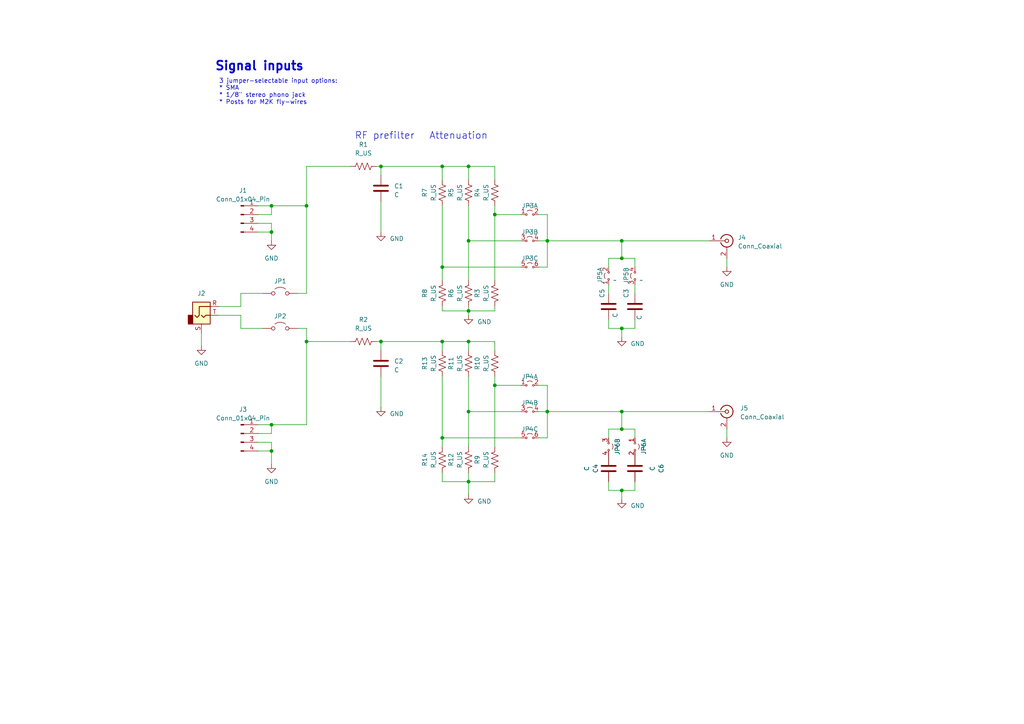
<source format=kicad_sch>
(kicad_sch (version 20231120) (generator "eeschema") (generator_version "8.0")
  (paper "A4")
  (lib_symbols
    (symbol "Connector:Conn_01x04_Pin" (pin_names (offset 1.016) hide)
      (property "Reference" "J" (at 0 5.08 0))
      (property "Value" "Conn_01x04_Pin" (at 0 -7.62 0))
      (symbol "Conn_01x04_Pin_1_1"
        (polyline (pts (xy 1.27 -5.08) (xy 0.8636 -5.08)) (stroke (width 0.1524)))
        (polyline (pts (xy 1.27 -2.54) (xy 0.8636 -2.54)) (stroke (width 0.1524)))
        (polyline (pts (xy 1.27 0) (xy 0.8636 0)) (stroke (width 0.1524)))
        (polyline (pts (xy 1.27 2.54) (xy 0.8636 2.54)) (stroke (width 0.1524)))
        (rectangle (start 0.8636 -4.953) (end 0 -5.207) (stroke (width 0.1524)) (fill (type outline)))
        (rectangle (start 0.8636 -2.413) (end 0 -2.667) (stroke (width 0.1524)) (fill (type outline)))
        (rectangle (start 0.8636 0.127) (end 0 -0.127) (stroke (width 0.1524)) (fill (type outline)))
        (rectangle (start 0.8636 2.667) (end 0 2.413) (stroke (width 0.1524)) (fill (type outline)))
        (pin passive line (at 5.08 2.54 180) (length 3.81) (name "Pin_1") (number "1"))
        (pin passive line (at 5.08 0 180) (length 3.81) (name "Pin_2") (number "2"))
        (pin passive line (at 5.08 -2.54 180) (length 3.81) (name "Pin_3") (number "3"))
        (pin passive line (at 5.08 -5.08 180) (length 3.81) (name "Pin_4") (number "4"))
      )
    )
    (symbol "Connector:Conn_Coaxial" (pin_names (offset 1.016) hide)
      (property "Reference" "J" (at 0.254 3.048 0))
      (property "Value" "Conn_Coaxial" (at 2.921 0 90))
      (symbol "Conn_Coaxial_0_1"
        (arc (start -1.778 -0.508) (mid 0.2311 -1.8066) (end 1.778 0) (stroke (width 0.254)))
        (polyline (pts (xy -2.54 0) (xy -0.508 0)))
        (polyline (pts (xy 0 -2.54) (xy 0 -1.778)))
        (circle (center 0 0) (radius 0.508) (stroke (width 0.2032)))
        (arc (start 1.778 0) (mid 0.2099 1.8101) (end -1.778 0.508) (stroke (width 0.254)))
      )
      (symbol "Conn_Coaxial_1_1"
        (pin passive line (at -5.08 0 0) (length 2.54) (name "In") (number "1"))
        (pin passive line (at 0 -5.08 90) (length 2.54) (name "Ext") (number "2"))
      )
    )
    (symbol "Device:C" (pin_numbers hide) (pin_names (offset 0.254))
      (property "Reference" "C" (at 0.635 2.54 0))
      (property "Value" "C" (at 0.635 -2.54 0))
      (symbol "C_0_1"
        (polyline (pts (xy -2.032 -0.762) (xy 2.032 -0.762)) (stroke (width 0.508)))
        (polyline (pts (xy -2.032 0.762) (xy 2.032 0.762)) (stroke (width 0.508)))
      )
      (symbol "C_1_1"
        (pin passive line (at 0 3.81 270) (length 2.794) (name "~") (number "1"))
        (pin passive line (at 0 -3.81 90) (length 2.794) (name "~") (number "2"))
      )
    )
    (symbol "Device:R_US" (pin_numbers hide) (pin_names (offset 0))
      (property "Reference" "R" (at 2.54 0 90))
      (property "Value" "R_US" (at -2.54 0 90))
      (symbol "R_US_0_1"
        (polyline (pts (xy 0 -2.286) (xy 0 -2.54)))
        (polyline (pts (xy 0 2.286) (xy 0 2.54)))
        (polyline (pts (xy 0 -0.762) (xy 1.016 -1.143) (xy 0 -1.524) (xy -1.016 -1.905) (xy 0 -2.286)))
        (polyline (pts (xy 0 0.762) (xy 1.016 0.381) (xy 0 0) (xy -1.016 -0.381) (xy 0 -0.762)))
        (polyline (pts (xy 0 2.286) (xy 1.016 1.905) (xy 0 1.524) (xy -1.016 1.143) (xy 0 0.762)))
      )
      (symbol "R_US_1_1"
        (pin passive line (at 0 3.81 270) (length 1.27) (name "~") (number "1"))
        (pin passive line (at 0 -3.81 90) (length 1.27) (name "~") (number "2"))
      )
    )
    (symbol "FTC2024:JumperBlock_2x2"
      (property "Reference" "JP" (at 0 5.334 0))
      (symbol "JumperBlock_2x2_0_0"
        (circle (center -1.016 0) (radius 0.254))
        (circle (center 1.016 0) (radius 0.254))
      )
      (symbol "JumperBlock_2x2_0_1"
        (arc (start 0.762 1.0196) (mid 0 1.2729) (end -0.762 1.0196))
      )
      (symbol "JumperBlock_2x2_1_1"
        (pin passive line (at -2.54 0 0) (length 1.27) (name "") (number "1"))
        (pin passive line (at 2.54 0 180) (length 1.27) (name "") (number "2"))
      )
      (symbol "JumperBlock_2x2_2_1"
        (pin passive line (at -2.54 0 0) (length 1.27) (name "") (number "3"))
        (pin passive line (at 2.54 0 180) (length 1.27) (name "") (number "4"))
      )
    )
    (symbol "FTC2024:JumperBlock_3x2"
      (property "Reference" "JP" (at 0 5.334 0))
      (symbol "JumperBlock_3x2_0_0"
        (circle (center -1.016 0) (radius 0.254))
        (circle (center 1.016 0) (radius 0.254))
      )
      (symbol "JumperBlock_3x2_0_1"
        (arc (start 0.762 1.0196) (mid 0 1.2729) (end -0.762 1.0196))
      )
      (symbol "JumperBlock_3x2_1_1"
        (pin passive line (at -2.54 0 0) (length 1.27) (name "") (number "1"))
        (pin passive line (at 2.54 0 180) (length 1.27) (name "") (number "2"))
      )
      (symbol "JumperBlock_3x2_2_1"
        (pin passive line (at -2.54 0 0) (length 1.27) (name "") (number "3"))
        (pin passive line (at 2.54 0 180) (length 1.27) (name "") (number "4"))
      )
      (symbol "JumperBlock_3x2_3_1"
        (pin passive line (at -2.54 0 0) (length 1.27) (name "") (number "5"))
        (pin passive line (at 2.54 0 180) (length 1.27) (name "") (number "6"))
      )
    )
    (symbol "Jumper:Jumper_2_Open" (pin_numbers hide) (pin_names (offset 0) hide) (exclude_from_sim yes)
      (property "Reference" "JP" (at 0 2.794 0))
      (property "Value" "Jumper_2_Open" (at 0 -2.286 0))
      (symbol "Jumper_2_Open_0_0"
        (circle (center -2.032 0) (radius 0.508))
        (circle (center 2.032 0) (radius 0.508))
      )
      (symbol "Jumper_2_Open_0_1"
        (arc (start 1.524 1.27) (mid 0 1.778) (end -1.524 1.27))
      )
      (symbol "Jumper_2_Open_1_1"
        (pin passive line (at -5.08 0 0) (length 2.54) (name "A") (number "1"))
        (pin passive line (at 5.08 0 180) (length 2.54) (name "B") (number "2"))
      )
    )
    (symbol "power:GND" (power) (pin_names (offset 0))
      (property "Value" "GND" (at 0 -3.81 0))
      (symbol "GND_0_1"
        (polyline (pts (xy 0 0) (xy 0 -1.27) (xy 1.27 -1.27) (xy 0 -2.54) (xy -1.27 -1.27) (xy 0 -1.27)))
      )
      (symbol "GND_1_1"
        (pin power_in line (at 0 0 270) (length 0) hide (name "GND") (number "1"))
      )
    )
    (symbol "thoren_custom:AudioJack2_Ground"
      (property "Reference" "J" (at 0 8.89 0))
      (property "Value" "AudioJack2_Ground" (at 0 6.35 0))
      (symbol "AudioJack2_Ground_0_1"
        (rectangle (start -2.54 -2.54) (end -3.81 0) (stroke (width 0.254)) (fill (type outline)))
        (polyline (pts (xy 0 0) (xy 0.635 -0.635) (xy 1.27 0) (xy 2.54 0)) (stroke (width 0.254)))
        (polyline (pts (xy 2.54 2.54) (xy -0.635 2.54) (xy -0.635 0) (xy -1.27 -0.635) (xy -1.905 0)) (stroke (width 0.254)))
        (rectangle (start 2.54 3.81) (end -2.54 -2.54) (stroke (width 0.254)) (fill (type background)))
      )
      (symbol "AudioJack2_Ground_1_1"
        (pin passive line (at 5.08 2.54 180) (length 2.54) (name "~") (number "R"))
        (pin passive line (at 0 -5.08 90) (length 2.54) (name "~") (number "S"))
        (pin passive line (at 5.08 0 180) (length 2.54) (name "~") (number "T"))
      )
    )
  )
  (junction (at 158.75 69.85))
  (junction (at 180.34 124.46))
  (junction (at 78.74 59.69))
  (junction (at 78.74 123.19))
  (junction (at 180.34 142.24))
  (junction (at 88.9 59.69))
  (junction (at 143.51 111.76))
  (junction (at 180.34 119.38))
  (junction (at 135.89 119.38))
  (junction (at 135.89 48.26))
  (junction (at 143.51 62.23))
  (junction (at 128.27 77.47))
  (junction (at 110.49 48.26))
  (junction (at 128.27 48.26))
  (junction (at 158.75 119.38))
  (junction (at 135.89 99.06))
  (junction (at 135.89 69.85))
  (junction (at 78.74 130.81))
  (junction (at 110.49 99.06))
  (junction (at 180.34 95.25))
  (junction (at 180.34 69.85))
  (junction (at 128.27 99.06))
  (junction (at 135.89 90.17))
  (junction (at 135.89 139.7))
  (junction (at 180.34 74.93))
  (junction (at 78.74 67.31))
  (junction (at 88.9 99.06))
  (junction (at 128.27 127))
  (wire (pts (xy 128.27 99.06) (xy 128.27 101.6)))
  (wire (pts (xy 176.53 124.46) (xy 176.53 127)))
  (wire (pts (xy 74.93 64.77) (xy 78.74 64.77)))
  (wire (pts (xy 180.34 142.24) (xy 176.53 142.24)))
  (wire (pts (xy 158.75 119.38) (xy 180.34 119.38)))
  (wire (pts (xy 156.21 119.38) (xy 158.75 119.38)))
  (wire (pts (xy 210.82 124.46) (xy 210.82 127)))
  (wire (pts (xy 78.74 125.73) (xy 74.93 125.73)))
  (wire (pts (xy 110.49 48.26) (xy 128.27 48.26)))
  (wire (pts (xy 88.9 123.19) (xy 78.74 123.19)))
  (wire (pts (xy 143.51 88.9) (xy 143.51 90.17)))
  (wire (pts (xy 176.53 95.25) (xy 180.34 95.25)))
  (wire (pts (xy 128.27 137.16) (xy 128.27 139.7)))
  (wire (pts (xy 184.15 77.47) (xy 184.15 74.93)))
  (wire (pts (xy 58.42 96.52) (xy 58.42 100.33)))
  (wire (pts (xy 184.15 142.24) (xy 180.34 142.24)))
  (wire (pts (xy 143.51 90.17) (xy 135.89 90.17)))
  (wire (pts (xy 74.93 123.19) (xy 78.74 123.19)))
  (wire (pts (xy 128.27 48.26) (xy 128.27 52.07)))
  (wire (pts (xy 180.34 74.93) (xy 184.15 74.93)))
  (wire (pts (xy 128.27 109.22) (xy 128.27 127)))
  (wire (pts (xy 69.85 91.44) (xy 69.85 95.25)))
  (wire (pts (xy 78.74 123.19) (xy 78.74 125.73)))
  (wire (pts (xy 180.34 97.79) (xy 180.34 95.25)))
  (wire (pts (xy 143.51 62.23) (xy 143.51 59.69)))
  (wire (pts (xy 88.9 59.69) (xy 88.9 85.09)))
  (wire (pts (xy 78.74 128.27) (xy 78.74 130.81)))
  (wire (pts (xy 128.27 77.47) (xy 151.13 77.47)))
  (wire (pts (xy 143.51 99.06) (xy 143.51 101.6)))
  (wire (pts (xy 158.75 77.47) (xy 158.75 69.85)))
  (wire (pts (xy 110.49 99.06) (xy 110.49 101.6)))
  (wire (pts (xy 110.49 48.26) (xy 110.49 50.8)))
  (wire (pts (xy 69.85 85.09) (xy 69.85 88.9)))
  (wire (pts (xy 135.89 139.7) (xy 135.89 143.51)))
  (wire (pts (xy 184.15 92.71) (xy 184.15 95.25)))
  (wire (pts (xy 78.74 59.69) (xy 78.74 62.23)))
  (wire (pts (xy 86.36 95.25) (xy 88.9 95.25)))
  (wire (pts (xy 78.74 64.77) (xy 78.74 67.31)))
  (wire (pts (xy 135.89 88.9) (xy 135.89 90.17)))
  (wire (pts (xy 110.49 99.06) (xy 128.27 99.06)))
  (wire (pts (xy 135.89 69.85) (xy 151.13 69.85)))
  (wire (pts (xy 110.49 109.22) (xy 110.49 118.11)))
  (wire (pts (xy 180.34 119.38) (xy 205.74 119.38)))
  (wire (pts (xy 128.27 127) (xy 128.27 129.54)))
  (wire (pts (xy 180.34 144.78) (xy 180.34 142.24)))
  (wire (pts (xy 184.15 124.46) (xy 180.34 124.46)))
  (wire (pts (xy 110.49 58.42) (xy 110.49 67.31)))
  (wire (pts (xy 143.51 137.16) (xy 143.51 139.7)))
  (wire (pts (xy 128.27 90.17) (xy 128.27 88.9)))
  (wire (pts (xy 184.15 127) (xy 184.15 124.46)))
  (wire (pts (xy 128.27 99.06) (xy 135.89 99.06)))
  (wire (pts (xy 135.89 59.69) (xy 135.89 69.85)))
  (wire (pts (xy 63.5 91.44) (xy 69.85 91.44)))
  (wire (pts (xy 156.21 127) (xy 158.75 127)))
  (wire (pts (xy 176.53 95.25) (xy 176.53 92.71)))
  (wire (pts (xy 180.34 119.38) (xy 180.34 124.46)))
  (wire (pts (xy 128.27 77.47) (xy 128.27 59.69)))
  (wire (pts (xy 78.74 67.31) (xy 74.93 67.31)))
  (wire (pts (xy 76.2 85.09) (xy 69.85 85.09)))
  (wire (pts (xy 88.9 99.06) (xy 88.9 123.19)))
  (wire (pts (xy 184.15 139.7) (xy 184.15 142.24)))
  (wire (pts (xy 180.34 95.25) (xy 184.15 95.25)))
  (wire (pts (xy 135.89 101.6) (xy 135.89 99.06)))
  (wire (pts (xy 210.82 74.93) (xy 210.82 77.47)))
  (wire (pts (xy 143.51 62.23) (xy 151.13 62.23)))
  (wire (pts (xy 135.89 90.17) (xy 128.27 90.17)))
  (wire (pts (xy 135.89 99.06) (xy 143.51 99.06)))
  (wire (pts (xy 156.21 62.23) (xy 158.75 62.23)))
  (wire (pts (xy 135.89 69.85) (xy 135.89 81.28)))
  (wire (pts (xy 109.22 99.06) (xy 110.49 99.06)))
  (wire (pts (xy 69.85 95.25) (xy 76.2 95.25)))
  (wire (pts (xy 135.89 119.38) (xy 151.13 119.38)))
  (wire (pts (xy 158.75 69.85) (xy 180.34 69.85)))
  (wire (pts (xy 143.51 48.26) (xy 143.51 52.07)))
  (wire (pts (xy 143.51 139.7) (xy 135.89 139.7)))
  (wire (pts (xy 135.89 109.22) (xy 135.89 119.38)))
  (wire (pts (xy 158.75 62.23) (xy 158.75 69.85)))
  (wire (pts (xy 101.6 99.06) (xy 88.9 99.06)))
  (wire (pts (xy 74.93 128.27) (xy 78.74 128.27)))
  (wire (pts (xy 143.51 81.28) (xy 143.51 62.23)))
  (wire (pts (xy 143.51 109.22) (xy 143.51 111.76)))
  (wire (pts (xy 88.9 48.26) (xy 101.6 48.26)))
  (wire (pts (xy 156.21 69.85) (xy 158.75 69.85)))
  (wire (pts (xy 135.89 48.26) (xy 135.89 52.07)))
  (wire (pts (xy 180.34 124.46) (xy 176.53 124.46)))
  (wire (pts (xy 128.27 127) (xy 151.13 127)))
  (wire (pts (xy 135.89 91.44) (xy 135.89 90.17)))
  (wire (pts (xy 128.27 48.26) (xy 135.89 48.26)))
  (wire (pts (xy 135.89 48.26) (xy 143.51 48.26)))
  (wire (pts (xy 78.74 59.69) (xy 88.9 59.69)))
  (wire (pts (xy 128.27 139.7) (xy 135.89 139.7)))
  (wire (pts (xy 78.74 62.23) (xy 74.93 62.23)))
  (wire (pts (xy 109.22 48.26) (xy 110.49 48.26)))
  (wire (pts (xy 78.74 130.81) (xy 78.74 134.62)))
  (wire (pts (xy 156.21 111.76) (xy 158.75 111.76)))
  (wire (pts (xy 143.51 111.76) (xy 151.13 111.76)))
  (wire (pts (xy 88.9 48.26) (xy 88.9 59.69)))
  (wire (pts (xy 135.89 137.16) (xy 135.89 139.7)))
  (wire (pts (xy 143.51 111.76) (xy 143.51 129.54)))
  (wire (pts (xy 156.21 77.47) (xy 158.75 77.47)))
  (wire (pts (xy 176.53 142.24) (xy 176.53 139.7)))
  (wire (pts (xy 135.89 119.38) (xy 135.89 129.54)))
  (wire (pts (xy 180.34 69.85) (xy 180.34 74.93)))
  (wire (pts (xy 176.53 74.93) (xy 176.53 77.47)))
  (wire (pts (xy 74.93 130.81) (xy 78.74 130.81)))
  (wire (pts (xy 158.75 111.76) (xy 158.75 119.38)))
  (wire (pts (xy 78.74 67.31) (xy 78.74 69.85)))
  (wire (pts (xy 158.75 119.38) (xy 158.75 127)))
  (wire (pts (xy 184.15 82.55) (xy 184.15 85.09)))
  (wire (pts (xy 176.53 82.55) (xy 176.53 85.09)))
  (wire (pts (xy 88.9 95.25) (xy 88.9 99.06)))
  (wire (pts (xy 86.36 85.09) (xy 88.9 85.09)))
  (wire (pts (xy 63.5 88.9) (xy 69.85 88.9)))
  (wire (pts (xy 128.27 81.28) (xy 128.27 77.47)))
  (wire (pts (xy 176.53 74.93) (xy 180.34 74.93)))
  (wire (pts (xy 180.34 69.85) (xy 205.74 69.85)))
  (wire (pts (xy 74.93 59.69) (xy 78.74 59.69)))
  (rectangle (start -59.69 24.765) (end -20.32 98.425))
  (text "RF prefilter" (at 102.87 40.64 0) (effects (font (size 2 2)) (justify left bottom)))
  (text "3 jumper-selectable input options:\n* SMA\n* 1/8\" stereo phono jack\n* Posts for M2K fly-wires" (at 63.5 22.86 0) (effects (font (size 1.27 1.27)) (justify left top)))
  (text "Signal inputs" (at 62.23 17.78 0) (effects (font (size 2.54 2.54) (thickness 0.508) (bold yes)) (justify left top)))
  (text "Attenuation" (at 124.46 40.64 0) (effects (font (size 2 2)) (justify left bottom)))
  (symbol (lib_id "Device:R_US") (at 135.89 133.35 0) (mirror y) (unit 1)
    (property "Reference" "R12" (at 130.81 133.35 90))
    (property "Value" "R_US" (at 133.35 133.35 90))
    (property "Footprint" "Resistor_SMD:R_1206_3216Metric_Pad1.30x1.75mm_HandSolder" (effects (hide yes)))
  )
  (symbol (lib_id "Device:R_US") (at 105.41 99.06 90) (unit 1)
    (property "Reference" "R2" (at 105.41 92.71 90))
    (property "Value" "R_US" (at 105.41 95.25 90))
    (property "Footprint" "Resistor_SMD:R_1206_3216Metric_Pad1.30x1.75mm_HandSolder" (effects (hide yes)))
  )
  (symbol (lib_id "Device:R_US") (at 128.27 85.09 0) (mirror y) (unit 1)
    (property "Reference" "R8" (at 123.19 85.09 90))
    (property "Value" "R_US" (at 125.73 85.09 90))
    (property "Footprint" "Resistor_SMD:R_1206_3216Metric_Pad1.30x1.75mm_HandSolder" (effects (hide yes)))
  )
  (symbol (lib_id "Connector:Conn_Coaxial") (at 210.82 69.85 0) (unit 1)
    (property "Reference" "J4" (at 213.995 68.8731 0) (effects (justify left)))
    (property "Value" "Conn_Coaxial" (at 213.995 71.4131 0) (effects (justify left)))
    (property "Footprint" "Connector_Coaxial:SMA_Amphenol_132289_EdgeMount" (effects (hide yes)))
    (property "Datasheet" " ~" (effects (hide yes)))
  )
  (symbol (lib_id "Device:R_US") (at 143.51 105.41 180) (unit 1)
    (property "Reference" "R10" (at 138.43 105.41 90))
    (property "Value" "R_US" (at 140.97 105.41 90))
    (property "Footprint" "Resistor_SMD:R_1206_3216Metric_Pad1.30x1.75mm_HandSolder" (effects (hide yes)))
  )
  (symbol (lib_id "Connector:Conn_01x04_Pin") (at 69.85 125.73 0) (unit 1)
    (property "Reference" "J3" (at 70.485 118.745 0))
    (property "Value" "Conn_01x04_Pin" (at 70.485 121.285 0))
    (property "Footprint" "Connector_PinHeader_2.54mm:PinHeader_1x04_P2.54mm_Vertical" (effects (hide yes)))
  )
  (symbol (lib_id "FTC2024:JumperBlock_3x2") (at 153.67 119.38 0) (unit 2)
    (property "Reference" "JP4" (at 153.67 116.84 0))
    (property "Value" "~" (at 153.67 116.84 0))
    (property "Footprint" "Connector_PinHeader_2.54mm:PinHeader_2x03_P2.54mm_Vertical" (effects (hide yes)))
  )
  (symbol (lib_id "Jumper:Jumper_2_Open") (at 81.28 85.09 0) (unit 1) (exclude_from_sim yes)
    (property "Reference" "JP1" (at 81.28 81.534 0))
    (property "Value" "Jumper_2_Open" (effects (hide yes)))
    (property "Footprint" "Connector_PinHeader_2.54mm:PinHeader_1x02_P2.54mm_Vertical" (effects (hide yes)))
    (property "Description" "Jumper, 2-pole, open" (effects (hide yes)))
  )
  (symbol (lib_id "Device:R_US") (at 143.51 85.09 0) (mirror y) (unit 1)
    (property "Reference" "R3" (at 138.43 85.09 90))
    (property "Value" "R_US" (at 140.97 85.09 90))
    (property "Footprint" "Resistor_SMD:R_1206_3216Metric_Pad1.30x1.75mm_HandSolder" (effects (hide yes)))
  )
  (symbol (lib_id "power:GND") (at 110.49 67.31 0) (unit 1)
    (property "Reference" "#PWR04" (effects (hide yes)))
    (property "Value" "GND" (at 113.03 69.215 0) (effects (justify left)))
  )
  (symbol (lib_id "Device:R_US") (at 128.27 133.35 0) (mirror y) (unit 1)
    (property "Reference" "R14" (at 123.19 133.35 90))
    (property "Value" "R_US" (at 125.73 133.35 90))
    (property "Footprint" "Resistor_SMD:R_1206_3216Metric_Pad1.30x1.75mm_HandSolder" (effects (hide yes)))
  )
  (symbol (lib_id "Device:R_US") (at 128.27 55.88 180) (unit 1)
    (property "Reference" "R7" (at 123.19 55.88 90))
    (property "Value" "R_US" (at 125.73 55.88 90))
    (property "Footprint" "Resistor_SMD:R_1206_3216Metric_Pad1.30x1.75mm_HandSolder" (effects (hide yes)))
  )
  (symbol (lib_id "Jumper:Jumper_2_Open") (at 81.28 95.25 0) (unit 1) (exclude_from_sim yes)
    (property "Reference" "JP2" (at 81.28 91.694 0))
    (property "Value" "Jumper_2_Open" (effects (hide yes)))
    (property "Footprint" "Connector_PinHeader_2.54mm:PinHeader_1x02_P2.54mm_Vertical" (effects (hide yes)))
    (property "Description" "Jumper, 2-pole, open" (effects (hide yes)))
  )
  (symbol (lib_id "power:GND") (at 135.89 91.44 0) (unit 1)
    (property "Reference" "#PWR06" (effects (hide yes)))
    (property "Value" "GND" (at 138.43 93.345 0) (effects (justify left)))
  )
  (symbol (lib_id "Device:R_US") (at 105.41 48.26 90) (unit 1)
    (property "Reference" "R1" (at 105.41 41.91 90))
    (property "Value" "R_US" (at 105.41 44.45 90))
    (property "Footprint" "Resistor_SMD:R_1206_3216Metric_Pad1.30x1.75mm_HandSolder" (effects (hide yes)))
  )
  (symbol (lib_id "Device:C") (at 176.53 88.9 180) (unit 1)
    (property "Reference" "C5" (at 174.625 85.09 90))
    (property "Value" "C" (at 178.435 91.44 90))
    (property "Footprint" "Capacitor_SMD:C_1206_3216Metric_Pad1.33x1.80mm_HandSolder" (effects (hide yes)))
  )
  (symbol (lib_id "FTC2024:JumperBlock_2x2") (at 176.53 80.01 90) (unit 1)
    (property "Reference" "JP5" (at 173.99 77.47 0) (effects (justify right)))
    (property "Value" "~" (at 177.8 81.28 90) (effects (justify right)))
    (property "Footprint" "Connector_PinHeader_2.54mm:PinHeader_2x02_P2.54mm_Vertical" (effects (hide yes)))
  )
  (symbol (lib_id "power:GND") (at 78.74 134.62 0) (unit 1)
    (property "Reference" "#PWR03" (effects (hide yes)))
    (property "Value" "GND" (at 78.74 139.7 0))
  )
  (symbol (lib_id "FTC2024:JumperBlock_3x2") (at 153.67 77.47 0) (unit 3)
    (property "Reference" "JP3" (at 153.67 74.93 0))
    (property "Value" "~" (at 153.67 74.93 0))
    (property "Footprint" "Connector_PinHeader_2.54mm:PinHeader_2x03_P2.54mm_Vertical" (effects (hide yes)))
  )
  (symbol (lib_id "power:GND") (at 180.34 144.78 0) (unit 1)
    (property "Reference" "#PWR09" (effects (hide yes)))
    (property "Value" "GND" (at 182.88 146.685 0) (effects (justify left)))
  )
  (symbol (lib_id "Connector:Conn_Coaxial") (at 210.82 119.38 0) (unit 1)
    (property "Reference" "J5" (at 214.63 118.4031 0) (effects (justify left)))
    (property "Value" "Conn_Coaxial" (at 214.63 120.9431 0) (effects (justify left)))
    (property "Footprint" "Connector_Coaxial:SMA_Amphenol_132289_EdgeMount" (effects (hide yes)))
    (property "Datasheet" " ~" (effects (hide yes)))
  )
  (symbol (lib_id "power:GND") (at 78.74 69.85 0) (unit 1)
    (property "Reference" "#PWR02" (effects (hide yes)))
    (property "Value" "GND" (at 78.74 74.93 0))
  )
  (symbol (lib_id "power:GND") (at 135.89 143.51 0) (unit 1)
    (property "Reference" "#PWR07" (effects (hide yes)))
    (property "Value" "GND" (at 138.43 145.415 0) (effects (justify left)))
  )
  (symbol (lib_id "Device:R_US") (at 143.51 55.88 180) (unit 1)
    (property "Reference" "R4" (at 138.43 55.88 90))
    (property "Value" "R_US" (at 140.97 55.88 90))
    (property "Footprint" "Resistor_SMD:R_1206_3216Metric_Pad1.30x1.75mm_HandSolder" (effects (hide yes)))
  )
  (symbol (lib_id "Device:R_US") (at 143.51 133.35 0) (mirror y) (unit 1)
    (property "Reference" "R9" (at 138.43 133.35 90))
    (property "Value" "R_US" (at 140.97 133.35 90))
    (property "Footprint" "Resistor_SMD:R_1206_3216Metric_Pad1.30x1.75mm_HandSolder" (effects (hide yes)))
  )
  (symbol (lib_id "Device:R_US") (at 135.89 85.09 0) (mirror y) (unit 1)
    (property "Reference" "R6" (at 130.81 85.09 90))
    (property "Value" "R_US" (at 133.35 85.09 90))
    (property "Footprint" "Resistor_SMD:R_1206_3216Metric_Pad1.30x1.75mm_HandSolder" (effects (hide yes)))
  )
  (symbol (lib_id "Device:C") (at 110.49 105.41 0) (unit 1)
    (property "Reference" "C2" (at 114.3 104.775 0) (effects (justify left)))
    (property "Value" "C" (at 114.3 107.315 0) (effects (justify left)))
    (property "Footprint" "Capacitor_SMD:C_1206_3216Metric_Pad1.33x1.80mm_HandSolder" (effects (hide yes)))
  )
  (symbol (lib_id "Connector:Conn_01x04_Pin") (at 69.85 62.23 0) (unit 1)
    (property "Reference" "J1" (at 70.485 55.245 0))
    (property "Value" "Conn_01x04_Pin" (at 70.485 57.785 0))
    (property "Footprint" "Connector_PinHeader_2.54mm:PinHeader_1x04_P2.54mm_Vertical" (effects (hide yes)))
  )
  (symbol (lib_id "power:GND") (at 58.42 100.33 0) (unit 1)
    (property "Reference" "#PWR01" (effects (hide yes)))
    (property "Value" "GND" (at 58.42 105.41 0))
  )
  (symbol (lib_id "thoren_custom:AudioJack2_Ground") (at 58.42 91.44 0) (unit 1)
    (property "Reference" "J2" (at 58.42 85.09 0))
    (property "Value" "AudioJack2_Ground" (effects (hide yes)))
    (property "Footprint" "Connector_Audio:Jack_3.5mm_CUI_SJ1-3533NG_Horizontal" (effects (hide yes)))
  )
  (symbol (lib_id "Device:C") (at 110.49 54.61 0) (unit 1)
    (property "Reference" "C1" (at 114.3 53.975 0) (effects (justify left)))
    (property "Value" "C" (at 114.3 56.515 0) (effects (justify left)))
    (property "Footprint" "Capacitor_SMD:C_1206_3216Metric_Pad1.33x1.80mm_HandSolder" (effects (hide yes)))
  )
  (symbol (lib_id "Device:C") (at 184.15 88.9 180) (unit 1)
    (property "Reference" "C3" (at 181.61 85.09 90))
    (property "Value" "C" (at 185.42 92.075 90))
    (property "Footprint" "Capacitor_SMD:C_1206_3216Metric_Pad1.33x1.80mm_HandSolder" (effects (hide yes)))
  )
  (symbol (lib_id "power:GND") (at 210.82 77.47 0) (unit 1)
    (property "Reference" "#PWR010" (effects (hide yes)))
    (property "Value" "GND" (at 210.82 82.55 0))
  )
  (symbol (lib_id "Device:R_US") (at 135.89 105.41 180) (unit 1)
    (property "Reference" "R11" (at 130.81 105.41 90))
    (property "Value" "R_US" (at 133.35 105.41 90))
    (property "Footprint" "Resistor_SMD:R_1206_3216Metric_Pad1.30x1.75mm_HandSolder" (effects (hide yes)))
  )
  (symbol (lib_id "power:GND") (at 180.34 97.79 0) (unit 1)
    (property "Reference" "#PWR08" (effects (hide yes)))
    (property "Value" "GND" (at 182.88 99.695 0) (effects (justify left)))
  )
  (symbol (lib_id "FTC2024:JumperBlock_2x2") (at 184.15 80.01 90) (unit 2)
    (property "Reference" "JP5" (at 181.61 77.47 0) (effects (justify right)))
    (property "Value" "~" (at 185.42 81.28 90) (effects (justify right)))
    (property "Footprint" "Connector_PinHeader_2.54mm:PinHeader_2x02_P2.54mm_Vertical" (effects (hide yes)))
  )
  (symbol (lib_id "FTC2024:JumperBlock_3x2") (at 153.67 62.23 0) (unit 1)
    (property "Reference" "JP3" (at 153.67 59.69 0))
    (property "Value" "~" (at 153.67 59.69 0))
    (property "Footprint" "Connector_PinHeader_2.54mm:PinHeader_2x03_P2.54mm_Vertical" (effects (hide yes)))
  )
  (symbol (lib_id "Device:C") (at 176.53 135.89 0) (unit 1)
    (property "Reference" "C4" (at 172.72 135.89 90))
    (property "Value" "C" (at 170.18 135.89 90))
    (property "Footprint" "Capacitor_SMD:C_1206_3216Metric_Pad1.33x1.80mm_HandSolder" (effects (hide yes)))
  )
  (symbol (lib_id "FTC2024:JumperBlock_2x2") (at 184.15 129.54 270) (unit 1)
    (property "Reference" "JP6" (at 186.69 129.54 0))
    (property "Value" "~" (at 186.69 129.54 0))
    (property "Footprint" "Connector_PinHeader_2.54mm:PinHeader_2x02_P2.54mm_Vertical" (effects (hide yes)))
  )
  (symbol (lib_id "Device:R_US") (at 128.27 105.41 180) (unit 1)
    (property "Reference" "R13" (at 123.19 105.41 90))
    (property "Value" "R_US" (at 125.73 105.41 90))
    (property "Footprint" "Resistor_SMD:R_1206_3216Metric_Pad1.30x1.75mm_HandSolder" (effects (hide yes)))
  )
  (symbol (lib_id "power:GND") (at 110.49 118.11 0) (unit 1)
    (property "Reference" "#PWR05" (effects (hide yes)))
    (property "Value" "GND" (at 113.03 120.015 0) (effects (justify left)))
  )
  (symbol (lib_id "FTC2024:JumperBlock_3x2") (at 153.67 69.85 0) (unit 2)
    (property "Reference" "JP3" (at 153.67 67.31 0))
    (property "Value" "~" (at 153.67 67.31 0))
    (property "Footprint" "Connector_PinHeader_2.54mm:PinHeader_2x03_P2.54mm_Vertical" (effects (hide yes)))
  )
  (symbol (lib_id "power:GND") (at 210.82 127 0) (unit 1)
    (property "Reference" "#PWR011" (effects (hide yes)))
    (property "Value" "GND" (at 210.82 132.08 0))
  )
  (symbol (lib_id "Device:R_US") (at 135.89 55.88 180) (unit 1)
    (property "Reference" "R5" (at 130.81 55.88 90))
    (property "Value" "R_US" (at 133.35 55.88 90))
    (property "Footprint" "Resistor_SMD:R_1206_3216Metric_Pad1.30x1.75mm_HandSolder" (effects (hide yes)))
  )
  (symbol (lib_id "FTC2024:JumperBlock_3x2") (at 153.67 127 0) (unit 3)
    (property "Reference" "JP4" (at 153.67 124.46 0))
    (property "Value" "~" (at 153.67 124.46 0))
    (property "Footprint" "Connector_PinHeader_2.54mm:PinHeader_2x03_P2.54mm_Vertical" (effects (hide yes)))
  )
  (symbol (lib_id "Device:C") (at 184.15 135.89 0) (unit 1)
    (property "Reference" "C6" (at 191.77 135.89 90))
    (property "Value" "C" (at 189.23 135.89 90))
    (property "Footprint" "Capacitor_SMD:C_1206_3216Metric_Pad1.33x1.80mm_HandSolder" (effects (hide yes)))
  )
  (symbol (lib_id "FTC2024:JumperBlock_3x2") (at 153.67 111.76 0) (unit 1)
    (property "Reference" "JP4" (at 153.67 109.22 0))
    (property "Value" "~" (at 153.67 109.22 0))
    (property "Footprint" "Connector_PinHeader_2.54mm:PinHeader_2x03_P2.54mm_Vertical" (effects (hide yes)))
  )
  (symbol (lib_id "FTC2024:JumperBlock_2x2") (at 176.53 129.54 270) (unit 2)
    (property "Reference" "JP6" (at 179.07 129.54 0))
    (property "Value" "~" (at 179.07 129.54 0))
    (property "Footprint" "Connector_PinHeader_2.54mm:PinHeader_2x02_P2.54mm_Vertical" (effects (hide yes)))
  )
)
</source>
